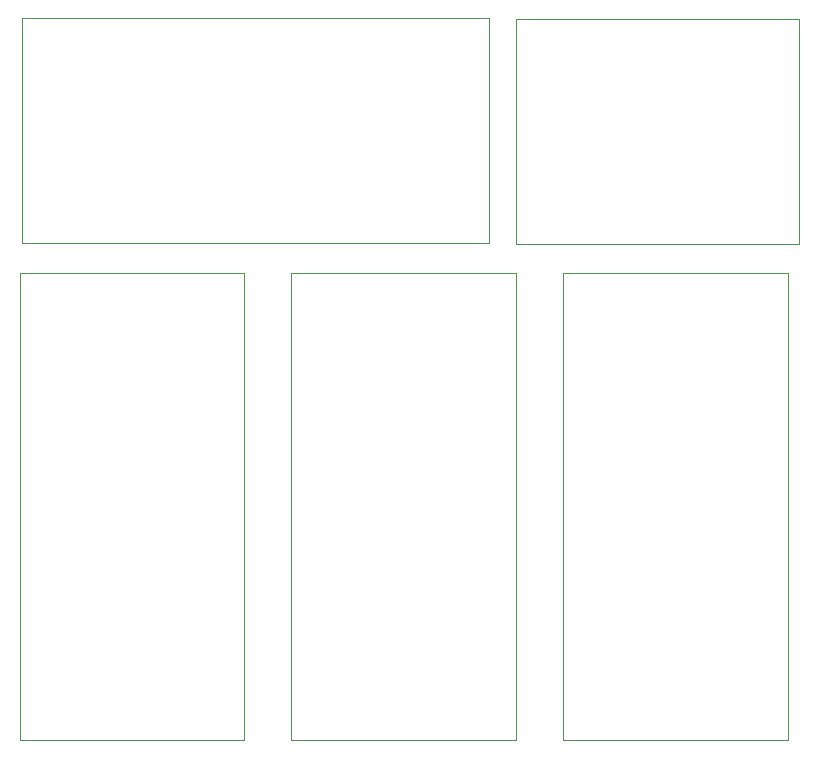
<source format=gbr>
G04 #@! TF.GenerationSoftware,KiCad,Pcbnew,5.1.4*
G04 #@! TF.CreationDate,2019-09-26T13:08:57+02:00*
G04 #@! TF.ProjectId,pressureSensorHolder,70726573-7375-4726-9553-656e736f7248,rev?*
G04 #@! TF.SameCoordinates,PX8933188PY75e57e8*
G04 #@! TF.FileFunction,Profile,NP*
%FSLAX46Y46*%
G04 Gerber Fmt 4.6, Leading zero omitted, Abs format (unit mm)*
G04 Created by KiCad (PCBNEW 5.1.4) date 2019-09-26 13:08:57*
%MOMM*%
%LPD*%
G04 APERTURE LIST*
%ADD10C,0.050000*%
G04 APERTURE END LIST*
D10*
X53750000Y40000000D02*
X29750000Y40000000D01*
X53750000Y21000000D02*
X53750000Y40000000D01*
X29750000Y21000000D02*
X53750000Y21000000D01*
X29750000Y22000000D02*
X29750000Y21000000D01*
X29750000Y40000000D02*
X29750000Y22000000D01*
X27447000Y21074000D02*
X-12053000Y21074000D01*
X27447000Y40074000D02*
X27447000Y21074000D01*
X-12053000Y21074000D02*
X-12053000Y40074000D01*
X-12053000Y40074000D02*
X27447000Y40074000D01*
X33750000Y18500000D02*
X52750000Y18500000D01*
X10750000Y18500000D02*
X29750000Y18500000D01*
X52750000Y18500000D02*
X52750000Y-21000000D01*
X29750000Y18500000D02*
X29750000Y-21000000D01*
X33750000Y-21000000D02*
X33750000Y18500000D01*
X10750000Y-21000000D02*
X10750000Y18500000D01*
X52750000Y-21000000D02*
X33750000Y-21000000D01*
X29750000Y-21000000D02*
X10750000Y-21000000D01*
X-12250000Y-21000000D02*
X-12250000Y18500000D01*
X-12250000Y18500000D02*
X6750000Y18500000D01*
X6750000Y18500000D02*
X6750000Y-21000000D01*
X6750000Y-21000000D02*
X-12250000Y-21000000D01*
M02*

</source>
